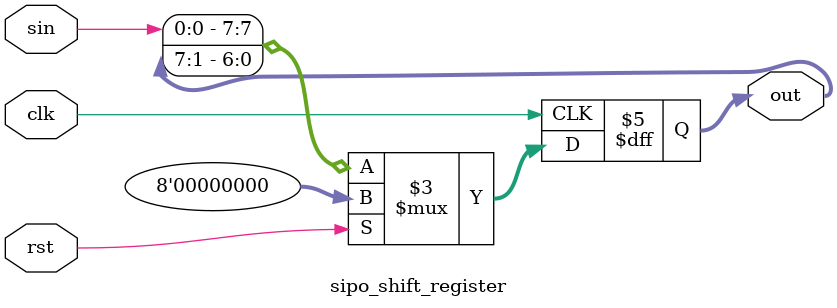
<source format=v>
`timescale 1ns / 1ps


module sipo_shift_register(output reg [7:0]out,input sin,clk,rst);
    always @(posedge clk)
    begin
         if(rst)
           out<=8'b0;
         else
           out<={sin,out[7:1]}; 
    end
endmodule

</source>
